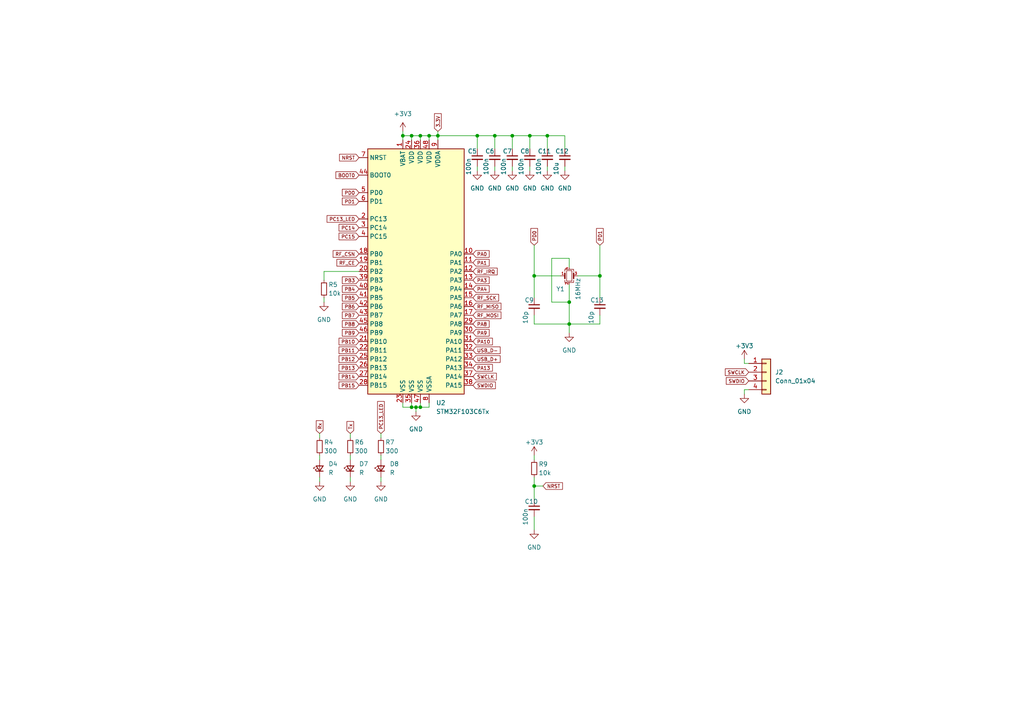
<source format=kicad_sch>
(kicad_sch (version 20211123) (generator eeschema)
  (paper "A4")
  (lib_symbols
    (symbol "Connector_Generic:Conn_01x04" (pin_names (offset 1.016) hide)
      (property "Reference" "J" (at 0 5.08 0))
      (property "Value" "Conn_01x04" (at 0 -7.62 0))
      (symbol "Conn_01x04_1_1"
        (rectangle (start -1.27 -4.953) (end 0 -5.207) (stroke (width 0.1524)))
        (rectangle (start -1.27 -2.413) (end 0 -2.667) (stroke (width 0.1524)))
        (rectangle (start -1.27 0.127) (end 0 -0.127) (stroke (width 0.1524)))
        (rectangle (start -1.27 2.667) (end 0 2.413) (stroke (width 0.1524)))
        (rectangle (start -1.27 3.81) (end 1.27 -6.35) (stroke (width 0.254)) (fill (type background)))
        (pin passive line (at -5.08 2.54 0) (length 3.81) (name "Pin_1") (number "1"))
        (pin passive line (at -5.08 0 0) (length 3.81) (name "Pin_2") (number "2"))
        (pin passive line (at -5.08 -2.54 0) (length 3.81) (name "Pin_3") (number "3"))
        (pin passive line (at -5.08 -5.08 0) (length 3.81) (name "Pin_4") (number "4"))
      )
    )
    (symbol "Device:C_Small" (pin_numbers hide) (pin_names (offset 0.254) hide)
      (property "Reference" "C" (at 0.254 1.778 0))
      (property "Value" "C_Small" (at 0.254 -2.032 0))
      (symbol "C_Small_0_1"
        (polyline (pts (xy -1.524 -0.508) (xy 1.524 -0.508)) (stroke (width 0.3302)))
        (polyline (pts (xy -1.524 0.508) (xy 1.524 0.508)) (stroke (width 0.3048)))
      )
      (symbol "C_Small_1_1"
        (pin passive line (at 0 2.54 270) (length 2.032) (name "~") (number "1"))
        (pin passive line (at 0 -2.54 90) (length 2.032) (name "~") (number "2"))
      )
    )
    (symbol "Device:Crystal_GND24_Small" (pin_names (offset 1.016) hide)
      (property "Reference" "Y" (at 1.27 4.445 0))
      (property "Value" "Crystal_GND24_Small" (at 1.27 2.54 0))
      (symbol "Crystal_GND24_Small_0_1"
        (rectangle (start -0.762 -1.524) (end 0.762 1.524))
        (polyline (pts (xy -1.27 -0.762) (xy -1.27 0.762)) (stroke (width 0.381)))
        (polyline (pts (xy 1.27 -0.762) (xy 1.27 0.762)) (stroke (width 0.381)))
        (polyline (pts (xy -1.27 -1.27) (xy -1.27 -1.905) (xy 1.27 -1.905) (xy 1.27 -1.27)))
        (polyline (pts (xy -1.27 1.27) (xy -1.27 1.905) (xy 1.27 1.905) (xy 1.27 1.27)))
      )
      (symbol "Crystal_GND24_Small_1_1"
        (pin passive line (at -2.54 0 0) (length 1.27) (name "1") (number "1"))
        (pin passive line (at 0 -2.54 90) (length 0.635) (name "2") (number "2"))
        (pin passive line (at 2.54 0 180) (length 1.27) (name "3") (number "3"))
        (pin passive line (at 0 2.54 270) (length 0.635) (name "4") (number "4"))
      )
    )
    (symbol "Device:LED_Small" (pin_numbers hide) (pin_names (offset 0.254) hide)
      (property "Reference" "D" (at -1.27 3.175 0))
      (property "Value" "LED_Small" (at -4.445 -2.54 0))
      (symbol "LED_Small_0_1"
        (polyline (pts (xy -0.762 -1.016) (xy -0.762 1.016)) (stroke (width 0.254)))
        (polyline (pts (xy 1.016 0) (xy -0.762 0)))
        (polyline (pts (xy 0.762 -1.016) (xy -0.762 0) (xy 0.762 1.016) (xy 0.762 -1.016)) (stroke (width 0.254)))
        (polyline (pts (xy 0 0.762) (xy -0.508 1.27) (xy -0.254 1.27) (xy -0.508 1.27) (xy -0.508 1.016)))
        (polyline (pts (xy 0.508 1.27) (xy 0 1.778) (xy 0.254 1.778) (xy 0 1.778) (xy 0 1.524)))
      )
      (symbol "LED_Small_1_1"
        (pin passive line (at -2.54 0 0) (length 1.778) (name "K") (number "1"))
        (pin passive line (at 2.54 0 180) (length 1.778) (name "A") (number "2"))
      )
    )
    (symbol "Device:R_Small" (pin_numbers hide) (pin_names (offset 0.254) hide)
      (property "Reference" "R" (at 0.762 0.508 0))
      (property "Value" "R_Small" (at 0.762 -1.016 0))
      (symbol "R_Small_0_1"
        (rectangle (start -0.762 1.778) (end 0.762 -1.778) (stroke (width 0.2032)))
      )
      (symbol "R_Small_1_1"
        (pin passive line (at 0 2.54 270) (length 0.762) (name "~") (number "1"))
        (pin passive line (at 0 -2.54 90) (length 0.762) (name "~") (number "2"))
      )
    )
    (symbol "MCU_ST_STM32F1:STM32F103C6Tx"
      (property "Reference" "U" (at -15.24 36.83 0))
      (property "Value" "STM32F103C6Tx" (at 7.62 36.83 0))
      (symbol "STM32F103C6Tx_0_1"
        (rectangle (start -15.24 -35.56) (end 12.7 35.56) (stroke (width 0.254)) (fill (type background)))
      )
      (symbol "STM32F103C6Tx_1_1"
        (pin power_in line (at -5.08 38.1 270) (length 2.54) (name "VBAT") (number "1"))
        (pin bidirectional line (at 15.24 5.08 180) (length 2.54) (name "PA0") (number "10"))
        (pin bidirectional line (at 15.24 2.54 180) (length 2.54) (name "PA1") (number "11"))
        (pin bidirectional line (at 15.24 0 180) (length 2.54) (name "PA2") (number "12"))
        (pin bidirectional line (at 15.24 -2.54 180) (length 2.54) (name "PA3") (number "13"))
        (pin bidirectional line (at 15.24 -5.08 180) (length 2.54) (name "PA4") (number "14"))
        (pin bidirectional line (at 15.24 -7.62 180) (length 2.54) (name "PA5") (number "15"))
        (pin bidirectional line (at 15.24 -10.16 180) (length 2.54) (name "PA6") (number "16"))
        (pin bidirectional line (at 15.24 -12.7 180) (length 2.54) (name "PA7") (number "17"))
        (pin bidirectional line (at -17.78 5.08 0) (length 2.54) (name "PB0") (number "18"))
        (pin bidirectional line (at -17.78 2.54 0) (length 2.54) (name "PB1") (number "19"))
        (pin bidirectional line (at -17.78 15.24 0) (length 2.54) (name "PC13") (number "2"))
        (pin bidirectional line (at -17.78 0 0) (length 2.54) (name "PB2") (number "20"))
        (pin bidirectional line (at -17.78 -20.32 0) (length 2.54) (name "PB10") (number "21"))
        (pin bidirectional line (at -17.78 -22.86 0) (length 2.54) (name "PB11") (number "22"))
        (pin power_in line (at -5.08 -38.1 90) (length 2.54) (name "VSS") (number "23"))
        (pin power_in line (at -2.54 38.1 270) (length 2.54) (name "VDD") (number "24"))
        (pin bidirectional line (at -17.78 -25.4 0) (length 2.54) (name "PB12") (number "25"))
        (pin bidirectional line (at -17.78 -27.94 0) (length 2.54) (name "PB13") (number "26"))
        (pin bidirectional line (at -17.78 -30.48 0) (length 2.54) (name "PB14") (number "27"))
        (pin bidirectional line (at -17.78 -33.02 0) (length 2.54) (name "PB15") (number "28"))
        (pin bidirectional line (at 15.24 -15.24 180) (length 2.54) (name "PA8") (number "29"))
        (pin bidirectional line (at -17.78 12.7 0) (length 2.54) (name "PC14") (number "3"))
        (pin bidirectional line (at 15.24 -17.78 180) (length 2.54) (name "PA9") (number "30"))
        (pin bidirectional line (at 15.24 -20.32 180) (length 2.54) (name "PA10") (number "31"))
        (pin bidirectional line (at 15.24 -22.86 180) (length 2.54) (name "PA11") (number "32"))
        (pin bidirectional line (at 15.24 -25.4 180) (length 2.54) (name "PA12") (number "33"))
        (pin bidirectional line (at 15.24 -27.94 180) (length 2.54) (name "PA13") (number "34"))
        (pin power_in line (at -2.54 -38.1 90) (length 2.54) (name "VSS") (number "35"))
        (pin power_in line (at 0 38.1 270) (length 2.54) (name "VDD") (number "36"))
        (pin bidirectional line (at 15.24 -30.48 180) (length 2.54) (name "PA14") (number "37"))
        (pin bidirectional line (at 15.24 -33.02 180) (length 2.54) (name "PA15") (number "38"))
        (pin bidirectional line (at -17.78 -2.54 0) (length 2.54) (name "PB3") (number "39"))
        (pin bidirectional line (at -17.78 10.16 0) (length 2.54) (name "PC15") (number "4"))
        (pin bidirectional line (at -17.78 -5.08 0) (length 2.54) (name "PB4") (number "40"))
        (pin bidirectional line (at -17.78 -7.62 0) (length 2.54) (name "PB5") (number "41"))
        (pin bidirectional line (at -17.78 -10.16 0) (length 2.54) (name "PB6") (number "42"))
        (pin bidirectional line (at -17.78 -12.7 0) (length 2.54) (name "PB7") (number "43"))
        (pin input line (at -17.78 27.94 0) (length 2.54) (name "BOOT0") (number "44"))
        (pin bidirectional line (at -17.78 -15.24 0) (length 2.54) (name "PB8") (number "45"))
        (pin bidirectional line (at -17.78 -17.78 0) (length 2.54) (name "PB9") (number "46"))
        (pin power_in line (at 0 -38.1 90) (length 2.54) (name "VSS") (number "47"))
        (pin power_in line (at 2.54 38.1 270) (length 2.54) (name "VDD") (number "48"))
        (pin input line (at -17.78 22.86 0) (length 2.54) (name "PD0") (number "5"))
        (pin input line (at -17.78 20.32 0) (length 2.54) (name "PD1") (number "6"))
        (pin input line (at -17.78 33.02 0) (length 2.54) (name "NRST") (number "7"))
        (pin power_in line (at 2.54 -38.1 90) (length 2.54) (name "VSSA") (number "8"))
        (pin power_in line (at 5.08 38.1 270) (length 2.54) (name "VDDA") (number "9"))
      )
    )
    (symbol "power:+3.3V" (power) (pin_names (offset 0))
      (property "Value" "+3.3V" (at 0 3.556 0))
      (symbol "+3.3V_0_1"
        (polyline (pts (xy -0.762 1.27) (xy 0 2.54)))
        (polyline (pts (xy 0 0) (xy 0 2.54)))
        (polyline (pts (xy 0 2.54) (xy 0.762 1.27)))
      )
      (symbol "+3.3V_1_1"
        (pin power_in line (at 0 0 90) (length 0) hide (name "+3V3") (number "1"))
      )
    )
    (symbol "power:GND" (power) (pin_names (offset 0))
      (property "Value" "GND" (at 0 -3.81 0))
      (symbol "GND_0_1"
        (polyline (pts (xy 0 0) (xy 0 -1.27) (xy 1.27 -1.27) (xy 0 -2.54) (xy -1.27 -1.27) (xy 0 -1.27)))
      )
      (symbol "GND_1_1"
        (pin power_in line (at 0 0 270) (length 0) hide (name "GND") (number "1"))
      )
    )
  )
  (junction (at 121.92 118.11))
  (junction (at 119.38 39.37))
  (junction (at 121.92 39.37))
  (junction (at 153.67 39.37))
  (junction (at 138.43 39.37))
  (junction (at 165.1 93.98))
  (junction (at 143.51 39.37))
  (junction (at 119.38 118.11))
  (junction (at 158.75 39.37))
  (junction (at 154.94 140.97))
  (junction (at 148.59 39.37))
  (junction (at 154.94 80.01))
  (junction (at 127 39.37))
  (junction (at 173.99 80.01))
  (junction (at 165.1 87.63))
  (junction (at 120.65 118.11))
  (junction (at 124.46 39.37))
  (junction (at 116.84 39.37))
  (wire (pts (xy 215.9 104.14) (xy 215.9 105.41)))
  (wire (pts (xy 119.38 39.37) (xy 116.84 39.37)))
  (wire (pts (xy 93.98 81.28) (xy 93.98 78.74)))
  (wire (pts (xy 154.94 138.43) (xy 154.94 140.97)))
  (wire (pts (xy 154.94 71.12) (xy 154.94 80.01)))
  (wire (pts (xy 160.02 87.63) (xy 165.1 87.63)))
  (wire (pts (xy 160.02 74.93) (xy 165.1 74.93)))
  (wire (pts (xy 121.92 39.37) (xy 121.92 40.64)))
  (wire (pts (xy 120.65 118.11) (xy 119.38 118.11)))
  (wire (pts (xy 167.64 80.01) (xy 173.99 80.01)))
  (wire (pts (xy 165.1 82.55) (xy 165.1 87.63)))
  (wire (pts (xy 153.67 43.18) (xy 153.67 39.37)))
  (wire (pts (xy 101.6 138.43) (xy 101.6 139.7)))
  (wire (pts (xy 119.38 118.11) (xy 116.84 118.11)))
  (wire (pts (xy 163.83 43.18) (xy 163.83 39.37)))
  (wire (pts (xy 116.84 118.11) (xy 116.84 116.84)))
  (wire (pts (xy 143.51 39.37) (xy 148.59 39.37)))
  (wire (pts (xy 101.6 132.08) (xy 101.6 133.35)))
  (wire (pts (xy 93.98 78.74) (xy 104.14 78.74)))
  (wire (pts (xy 165.1 87.63) (xy 165.1 93.98)))
  (wire (pts (xy 158.75 48.26) (xy 158.75 49.53)))
  (wire (pts (xy 119.38 116.84) (xy 119.38 118.11)))
  (wire (pts (xy 116.84 38.1) (xy 116.84 39.37)))
  (wire (pts (xy 138.43 39.37) (xy 127 39.37)))
  (wire (pts (xy 165.1 96.52) (xy 165.1 93.98)))
  (wire (pts (xy 148.59 48.26) (xy 148.59 49.53)))
  (wire (pts (xy 154.94 132.08) (xy 154.94 133.35)))
  (wire (pts (xy 127 39.37) (xy 124.46 39.37)))
  (wire (pts (xy 121.92 39.37) (xy 119.38 39.37)))
  (wire (pts (xy 119.38 39.37) (xy 119.38 40.64)))
  (wire (pts (xy 138.43 43.18) (xy 138.43 39.37)))
  (wire (pts (xy 148.59 43.18) (xy 148.59 39.37)))
  (wire (pts (xy 154.94 93.98) (xy 165.1 93.98)))
  (wire (pts (xy 92.71 132.08) (xy 92.71 133.35)))
  (wire (pts (xy 143.51 43.18) (xy 143.51 39.37)))
  (wire (pts (xy 153.67 48.26) (xy 153.67 49.53)))
  (wire (pts (xy 154.94 91.44) (xy 154.94 93.98)))
  (wire (pts (xy 127 38.1) (xy 127 39.37)))
  (wire (pts (xy 160.02 74.93) (xy 160.02 87.63)))
  (wire (pts (xy 154.94 140.97) (xy 157.48 140.97)))
  (wire (pts (xy 215.9 105.41) (xy 217.17 105.41)))
  (wire (pts (xy 138.43 39.37) (xy 143.51 39.37)))
  (wire (pts (xy 165.1 93.98) (xy 173.99 93.98)))
  (wire (pts (xy 215.9 113.03) (xy 215.9 114.3)))
  (wire (pts (xy 110.49 138.43) (xy 110.49 139.7)))
  (wire (pts (xy 124.46 39.37) (xy 124.46 40.64)))
  (wire (pts (xy 124.46 116.84) (xy 124.46 118.11)))
  (wire (pts (xy 153.67 39.37) (xy 158.75 39.37)))
  (wire (pts (xy 124.46 118.11) (xy 121.92 118.11)))
  (wire (pts (xy 173.99 93.98) (xy 173.99 91.44)))
  (wire (pts (xy 120.65 119.38) (xy 120.65 118.11)))
  (wire (pts (xy 110.49 125.73) (xy 110.49 127)))
  (wire (pts (xy 92.71 138.43) (xy 92.71 139.7)))
  (wire (pts (xy 121.92 118.11) (xy 120.65 118.11)))
  (wire (pts (xy 158.75 39.37) (xy 163.83 39.37)))
  (wire (pts (xy 154.94 149.86) (xy 154.94 153.67)))
  (wire (pts (xy 165.1 77.47) (xy 165.1 74.93)))
  (wire (pts (xy 110.49 132.08) (xy 110.49 133.35)))
  (wire (pts (xy 154.94 80.01) (xy 162.56 80.01)))
  (wire (pts (xy 121.92 116.84) (xy 121.92 118.11)))
  (wire (pts (xy 127 39.37) (xy 127 40.64)))
  (wire (pts (xy 101.6 125.73) (xy 101.6 127)))
  (wire (pts (xy 158.75 43.18) (xy 158.75 39.37)))
  (wire (pts (xy 138.43 48.26) (xy 138.43 49.53)))
  (wire (pts (xy 143.51 48.26) (xy 143.51 49.53)))
  (wire (pts (xy 92.71 125.73) (xy 92.71 127)))
  (wire (pts (xy 163.83 48.26) (xy 163.83 49.53)))
  (wire (pts (xy 124.46 39.37) (xy 121.92 39.37)))
  (wire (pts (xy 93.98 86.36) (xy 93.98 87.63)))
  (wire (pts (xy 217.17 113.03) (xy 215.9 113.03)))
  (wire (pts (xy 154.94 144.78) (xy 154.94 140.97)))
  (wire (pts (xy 173.99 80.01) (xy 173.99 86.36)))
  (wire (pts (xy 173.99 71.12) (xy 173.99 80.01)))
  (wire (pts (xy 116.84 39.37) (xy 116.84 40.64)))
  (wire (pts (xy 148.59 39.37) (xy 153.67 39.37)))
  (wire (pts (xy 154.94 80.01) (xy 154.94 86.36)))
  (global_label "PA10" (shape input) (at 137.16 99.06 0) (effects (font (size 1 1))) (property "Intersheet References" "${INTERSHEET_REFS}" (effects hide)))
  (global_label "BOOT0" (shape input) (at 104.14 50.8 180) (effects (font (size 1 1))) (property "Intersheet References" "${INTERSHEET_REFS}" (effects hide)))
  (global_label "PC14" (shape input) (at 104.14 66.04 180) (effects (font (size 1 1))) (property "Intersheet References" "${INTERSHEET_REFS}" (effects hide)))
  (global_label "RF_CSN" (shape input) (at 104.14 73.66 180) (effects (font (size 1 1))) (property "Intersheet References" "${INTERSHEET_REFS}" (effects hide)))
  (global_label "PD0" (shape input) (at 104.14 55.88 180) (effects (font (size 1 1))) (property "Intersheet References" "${INTERSHEET_REFS}" (effects hide)))
  (global_label "PB4" (shape input) (at 104.14 83.82 180) (effects (font (size 1 1))) (property "Intersheet References" "${INTERSHEET_REFS}" (effects hide)))
  (global_label "RF_MOSI" (shape input) (at 137.16 91.44 0) (effects (font (size 1 1))) (property "Intersheet References" "${INTERSHEET_REFS}" (effects hide)))
  (global_label "SWCLK" (shape input) (at 217.17 107.95 180) (effects (font (size 1 1))) (property "Intersheet References" "${INTERSHEET_REFS}" (effects hide)))
  (global_label "USB_D+" (shape input) (at 137.16 104.14 0) (effects (font (size 1 1))) (property "Intersheet References" "${INTERSHEET_REFS}" (effects hide)))
  (global_label "PC13_LED" (shape input) (at 110.49 125.73 90) (effects (font (size 1 1))) (property "Intersheet References" "${INTERSHEET_REFS}" (effects hide)))
  (global_label "PD0" (shape input) (at 154.94 71.12 90) (effects (font (size 1 1))) (property "Intersheet References" "${INTERSHEET_REFS}" (effects hide)))
  (global_label "NRST" (shape input) (at 104.14 45.72 180) (effects (font (size 1 1))) (property "Intersheet References" "${INTERSHEET_REFS}" (effects hide)))
  (global_label "Tx" (shape input) (at 101.6 125.73 90) (effects (font (size 1 1))) (property "Intersheet References" "${INTERSHEET_REFS}" (effects hide)))
  (global_label "PB13" (shape input) (at 104.14 106.68 180) (effects (font (size 1 1))) (property "Intersheet References" "${INTERSHEET_REFS}" (effects hide)))
  (global_label "NRST" (shape input) (at 157.48 140.97 0) (effects (font (size 1 1))) (property "Intersheet References" "${INTERSHEET_REFS}" (effects hide)))
  (global_label "SWDIO" (shape input) (at 137.16 111.76 0) (effects (font (size 1 1))) (property "Intersheet References" "${INTERSHEET_REFS}" (effects hide)))
  (global_label "PB12" (shape input) (at 104.14 104.14 180) (effects (font (size 1 1))) (property "Intersheet References" "${INTERSHEET_REFS}" (effects hide)))
  (global_label "PC15" (shape input) (at 104.14 68.58 180) (effects (font (size 1 1))) (property "Intersheet References" "${INTERSHEET_REFS}" (effects hide)))
  (global_label "PA1" (shape input) (at 137.16 76.2 0) (effects (font (size 1 1))) (property "Intersheet References" "${INTERSHEET_REFS}" (effects hide)))
  (global_label "PA0" (shape input) (at 137.16 73.66 0) (effects (font (size 1 1))) (property "Intersheet References" "${INTERSHEET_REFS}" (effects hide)))
  (global_label "PA13" (shape input) (at 137.16 106.68 0) (effects (font (size 1 1))) (property "Intersheet References" "${INTERSHEET_REFS}" (effects hide)))
  (global_label "RF_IRQ" (shape input) (at 137.16 78.74 0) (effects (font (size 1 1))) (property "Intersheet References" "${INTERSHEET_REFS}" (effects hide)))
  (global_label "SWCLK" (shape input) (at 137.16 109.22 0) (effects (font (size 1 1))) (property "Intersheet References" "${INTERSHEET_REFS}" (effects hide)))
  (global_label "PA3" (shape input) (at 137.16 81.28 0) (effects (font (size 1 1))) (property "Intersheet References" "${INTERSHEET_REFS}" (effects hide)))
  (global_label "PB11" (shape input) (at 104.14 101.6 180) (effects (font (size 1 1))) (property "Intersheet References" "${INTERSHEET_REFS}" (effects hide)))
  (global_label "PA9" (shape input) (at 137.16 96.52 0) (effects (font (size 1 1))) (property "Intersheet References" "${INTERSHEET_REFS}" (effects hide)))
  (global_label "PB14" (shape input) (at 104.14 109.22 180) (effects (font (size 1 1))) (property "Intersheet References" "${INTERSHEET_REFS}" (effects hide)))
  (global_label "PB6" (shape input) (at 104.14 88.9 180) (effects (font (size 1 1))) (property "Intersheet References" "${INTERSHEET_REFS}" (effects hide)))
  (global_label "USB_D-" (shape input) (at 137.16 101.6 0) (effects (font (size 1 1))) (property "Intersheet References" "${INTERSHEET_REFS}" (effects hide)))
  (global_label "PD1" (shape input) (at 104.14 58.42 180) (effects (font (size 1 1))) (property "Intersheet References" "${INTERSHEET_REFS}" (effects hide)))
  (global_label "RF_MISO" (shape input) (at 137.16 88.9 0) (effects (font (size 1 1))) (property "Intersheet References" "${INTERSHEET_REFS}" (effects hide)))
  (global_label "RF_SCK" (shape input) (at 137.16 86.36 0) (effects (font (size 1 1))) (property "Intersheet References" "${INTERSHEET_REFS}" (effects hide)))
  (global_label "PB7" (shape input) (at 104.14 91.44 180) (effects (font (size 1 1))) (property "Intersheet References" "${INTERSHEET_REFS}" (effects hide)))
  (global_label "3.3V" (shape input) (at 127 38.1 90) (effects (font (size 1 1))) (property "Intersheet References" "${INTERSHEET_REFS}" (effects hide)))
  (global_label "PA8" (shape input) (at 137.16 93.98 0) (effects (font (size 1 1))) (property "Intersheet References" "${INTERSHEET_REFS}" (effects hide)))
  (global_label "Rx" (shape input) (at 92.71 125.73 90) (effects (font (size 1 1))) (property "Intersheet References" "${INTERSHEET_REFS}" (effects hide)))
  (global_label "PB10" (shape input) (at 104.14 99.06 180) (effects (font (size 1 1))) (property "Intersheet References" "${INTERSHEET_REFS}" (effects hide)))
  (global_label "PB15" (shape input) (at 104.14 111.76 180) (effects (font (size 1 1))) (property "Intersheet References" "${INTERSHEET_REFS}" (effects hide)))
  (global_label "SWDIO" (shape input) (at 217.17 110.49 180) (effects (font (size 1 1))) (property "Intersheet References" "${INTERSHEET_REFS}" (effects hide)))
  (global_label "PB9" (shape input) (at 104.14 96.52 180) (effects (font (size 1 1))) (property "Intersheet References" "${INTERSHEET_REFS}" (effects hide)))
  (global_label "PB3" (shape input) (at 104.14 81.28 180) (effects (font (size 1 1))) (property "Intersheet References" "${INTERSHEET_REFS}" (effects hide)))
  (global_label "PD1" (shape input) (at 173.99 71.12 90) (effects (font (size 1 1))) (property "Intersheet References" "${INTERSHEET_REFS}" (effects hide)))
  (global_label "PA4" (shape input) (at 137.16 83.82 0) (effects (font (size 1 1))) (property "Intersheet References" "${INTERSHEET_REFS}" (effects hide)))
  (global_label "PB5" (shape input) (at 104.14 86.36 180) (effects (font (size 1 1))) (property "Intersheet References" "${INTERSHEET_REFS}" (effects hide)))
  (global_label "PC13_LED" (shape input) (at 104.14 63.5 180) (effects (font (size 1 1))) (property "Intersheet References" "${INTERSHEET_REFS}" (effects hide)))
  (global_label "PB8" (shape input) (at 104.14 93.98 180) (effects (font (size 1 1))) (property "Intersheet References" "${INTERSHEET_REFS}" (effects hide)))
  (global_label "RF_CE" (shape input) (at 104.14 76.2 180) (effects (font (size 1 1))) (property "Intersheet References" "${INTERSHEET_REFS}" (effects hide)))
  (symbol (lib_id "Device:C_Small") (at 143.51 45.72 0) (unit 1)
    (property "Reference" "C6" (at 140.722 43.8618 0) (effects (justify left)))
    (property "Value" "100n" (at 140.97 50.8 90) (effects (justify left)))
    (property "Footprint" "Capacitor_SMD:C_0603_1608Metric_Pad1.08x0.95mm_HandSolder" (effects hide))
  )
  (symbol (lib_id "power:+3.3V") (at 215.9 104.14 0) (unit 1)
    (property "Reference" "#PWR0105" (effects hide))
    (property "Value" "+3.3V" (at 215.9 100.33 0))
  )
  (symbol (lib_id "Device:R_Small") (at 110.49 129.54 0) (unit 1)
    (property "Reference" "R7" (at 111.76 128.27 0) (effects (justify left)))
    (property "Value" "300" (at 111.76 130.81 0) (effects (justify left)))
    (property "Footprint" "Resistor_SMD:R_0603_1608Metric_Pad0.98x0.95mm_HandSolder" (effects hide))
  )
  (symbol (lib_id "Device:LED_Small") (at 92.71 135.89 90) (unit 1)
    (property "Reference" "D4" (at 95.25 134.5564 90) (effects (justify right)))
    (property "Value" "R" (at 95.25 137.0964 90) (effects (justify right)))
    (property "Footprint" "LED_SMD:LED_0603_1608Metric_Pad1.05x0.95mm_HandSolder" (effects hide))
  )
  (symbol (lib_id "Device:C_Small") (at 173.99 88.9 0) (unit 1)
    (property "Reference" "C13" (at 171.202 87.0418 0) (effects (justify left)))
    (property "Value" "10p" (at 171.45 93.98 90) (effects (justify left)))
    (property "Footprint" "Capacitor_SMD:C_0603_1608Metric_Pad1.08x0.95mm_HandSolder" (effects hide))
  )
  (symbol (lib_id "Device:C_Small") (at 158.75 45.72 0) (unit 1)
    (property "Reference" "C11" (at 155.962 43.8618 0) (effects (justify left)))
    (property "Value" "100n" (at 156.21 50.8 90) (effects (justify left)))
    (property "Footprint" "Capacitor_SMD:C_0603_1608Metric_Pad1.08x0.95mm_HandSolder" (effects hide))
  )
  (symbol (lib_id "power:GND") (at 215.9 114.3 0) (unit 1)
    (property "Reference" "#PWR0106" (effects hide))
    (property "Value" "GND" (at 215.9 119.38 0))
  )
  (symbol (lib_id "Connector_Generic:Conn_01x04") (at 222.25 107.95 0) (unit 1)
    (property "Reference" "J2" (at 224.79 107.9499 0) (effects (justify left)))
    (property "Value" "Conn_01x04" (at 224.79 110.4899 0) (effects (justify left)))
    (property "Footprint" "Connector_PinHeader_2.54mm:PinHeader_1x04_P2.54mm_Vertical" (effects hide))
  )
  (symbol (lib_id "Device:C_Small") (at 154.94 88.9 0) (unit 1)
    (property "Reference" "C9" (at 152.152 87.0418 0) (effects (justify left)))
    (property "Value" "10p" (at 152.4 93.98 90) (effects (justify left)))
    (property "Footprint" "Capacitor_SMD:C_0603_1608Metric_Pad1.08x0.95mm_HandSolder" (effects hide))
  )
  (symbol (lib_id "power:GND") (at 93.98 87.63 0) (unit 1)
    (property "Reference" "#PWR0107" (effects hide))
    (property "Value" "GND" (at 93.98 92.71 0))
  )
  (symbol (lib_id "Device:LED_Small") (at 110.49 135.89 90) (unit 1)
    (property "Reference" "D8" (at 113.03 134.5564 90) (effects (justify right)))
    (property "Value" "R" (at 113.03 137.0964 90) (effects (justify right)))
    (property "Footprint" "LED_SMD:LED_0603_1608Metric_Pad1.05x0.95mm_HandSolder" (effects hide))
  )
  (symbol (lib_id "power:GND") (at 158.75 49.53 0) (unit 1)
    (property "Reference" "#PWR0114" (effects hide))
    (property "Value" "GND" (at 158.75 54.61 0))
  )
  (symbol (lib_id "Device:C_Small") (at 153.67 45.72 0) (unit 1)
    (property "Reference" "C8" (at 150.882 43.8618 0) (effects (justify left)))
    (property "Value" "100n" (at 151.13 50.8 90) (effects (justify left)))
    (property "Footprint" "Capacitor_SMD:C_0603_1608Metric_Pad1.08x0.95mm_HandSolder" (effects hide))
  )
  (symbol (lib_id "power:+3.3V") (at 154.94 132.08 0) (unit 1)
    (property "Reference" "#PWR0125" (effects hide))
    (property "Value" "+3.3V" (at 154.94 128.27 0))
  )
  (symbol (lib_id "power:+3.3V") (at 116.84 38.1 0) (unit 1)
    (property "Reference" "#PWR0108" (effects hide))
    (property "Value" "+3.3V" (at 116.84 33.02 0))
  )
  (symbol (lib_id "power:GND") (at 154.94 153.67 0) (unit 1)
    (property "Reference" "#PWR0130" (effects hide))
    (property "Value" "GND" (at 154.94 158.75 0))
  )
  (symbol (lib_id "Device:LED_Small") (at 101.6 135.89 90) (unit 1)
    (property "Reference" "D7" (at 104.14 134.5564 90) (effects (justify right)))
    (property "Value" "R" (at 104.14 137.0964 90) (effects (justify right)))
    (property "Footprint" "LED_SMD:LED_0603_1608Metric_Pad1.05x0.95mm_HandSolder" (effects hide))
  )
  (symbol (lib_id "power:GND") (at 92.71 139.7 0) (unit 1)
    (property "Reference" "#PWR0118" (effects hide))
    (property "Value" "GND" (at 92.71 144.78 0))
  )
  (symbol (lib_id "power:GND") (at 163.83 49.53 0) (unit 1)
    (property "Reference" "#PWR0110" (effects hide))
    (property "Value" "GND" (at 163.83 54.61 0))
  )
  (symbol (lib_id "power:GND") (at 138.43 49.53 0) (unit 1)
    (property "Reference" "#PWR0109" (effects hide))
    (property "Value" "GND" (at 138.43 54.61 0))
  )
  (symbol (lib_id "power:GND") (at 110.49 139.7 0) (unit 1)
    (property "Reference" "#PWR0122" (effects hide))
    (property "Value" "GND" (at 110.49 144.78 0))
  )
  (symbol (lib_id "Device:C_Small") (at 154.94 147.32 0) (unit 1)
    (property "Reference" "C10" (at 152.152 145.4618 0) (effects (justify left)))
    (property "Value" "100n" (at 152.4 152.4 90) (effects (justify left)))
    (property "Footprint" "Capacitor_SMD:C_0603_1608Metric_Pad1.08x0.95mm_HandSolder" (effects hide))
  )
  (symbol (lib_id "power:GND") (at 143.51 49.53 0) (unit 1)
    (property "Reference" "#PWR0111" (effects hide))
    (property "Value" "GND" (at 143.51 54.61 0))
  )
  (symbol (lib_id "power:GND") (at 101.6 139.7 0) (unit 1)
    (property "Reference" "#PWR0119" (effects hide))
    (property "Value" "GND" (at 101.6 144.78 0))
  )
  (symbol (lib_id "power:GND") (at 165.1 96.52 0) (unit 1)
    (property "Reference" "#PWR0104" (effects hide))
    (property "Value" "GND" (at 165.1 101.6 0))
  )
  (symbol (lib_id "Device:R_Small") (at 101.6 129.54 0) (unit 1)
    (property "Reference" "R6" (at 102.87 128.27 0) (effects (justify left)))
    (property "Value" "300" (at 102.87 130.81 0) (effects (justify left)))
    (property "Footprint" "Resistor_SMD:R_0603_1608Metric_Pad0.98x0.95mm_HandSolder" (effects hide))
  )
  (symbol (lib_id "MCU_ST_STM32F1:STM32F103C6Tx") (at 121.92 78.74 0) (unit 1)
    (property "Reference" "U2" (at 126.4794 116.84 0) (effects (justify left)))
    (property "Value" "STM32F103C6Tx" (at 126.4794 119.38 0) (effects (justify left)))
    (property "Footprint" "Package_QFP:LQFP-48_7x7mm_P0.5mm" (effects hide))
    (property "Datasheet" "http://www.st.com/st-web-ui/static/active/en/resource/technical/document/datasheet/CD00210843.pdf" (effects hide))
  )
  (symbol (lib_id "Device:R_Small") (at 92.71 129.54 0) (unit 1)
    (property "Reference" "R4" (at 93.98 128.27 0) (effects (justify left)))
    (property "Value" "300" (at 93.98 130.81 0) (effects (justify left)))
    (property "Footprint" "Resistor_SMD:R_0603_1608Metric_Pad0.98x0.95mm_HandSolder" (effects hide))
  )
  (symbol (lib_id "Device:C_Small") (at 163.83 45.72 0) (unit 1)
    (property "Reference" "C12" (at 161.042 43.8618 0) (effects (justify left)))
    (property "Value" "10u" (at 161.29 50.8 90) (effects (justify left)))
    (property "Footprint" "Capacitor_SMD:C_0603_1608Metric_Pad1.08x0.95mm_HandSolder" (effects hide))
  )
  (symbol (lib_id "Device:C_Small") (at 148.59 45.72 0) (unit 1)
    (property "Reference" "C7" (at 145.802 43.8618 0) (effects (justify left)))
    (property "Value" "100n" (at 146.05 50.8 90) (effects (justify left)))
    (property "Footprint" "Capacitor_SMD:C_0603_1608Metric_Pad1.08x0.95mm_HandSolder" (effects hide))
  )
  (symbol (lib_id "Device:C_Small") (at 138.43 45.72 0) (unit 1)
    (property "Reference" "C5" (at 135.642 43.8618 0) (effects (justify left)))
    (property "Value" "100n" (at 135.89 50.8 90) (effects (justify left)))
    (property "Footprint" "Capacitor_SMD:C_0603_1608Metric_Pad1.08x0.95mm_HandSolder" (effects hide))
  )
  (symbol (lib_id "Device:R_Small") (at 154.94 135.89 0) (unit 1)
    (property "Reference" "R9" (at 156.21 134.62 0) (effects (justify left)))
    (property "Value" "10k" (at 156.21 137.16 0) (effects (justify left)))
    (property "Footprint" "Resistor_SMD:R_0603_1608Metric_Pad0.98x0.95mm_HandSolder" (effects hide))
  )
  (symbol (lib_id "Device:R_Small") (at 93.98 83.82 0) (unit 1)
    (property "Reference" "R5" (at 95.25 82.55 0) (effects (justify left)))
    (property "Value" "10k" (at 95.25 85.09 0) (effects (justify left)))
    (property "Footprint" "Resistor_SMD:R_0603_1608Metric_Pad0.98x0.95mm_HandSolder" (effects hide))
  )
  (symbol (lib_id "power:GND") (at 120.65 119.38 0) (unit 1)
    (property "Reference" "#PWR0124" (effects hide))
    (property "Value" "GND" (at 120.65 124.46 0))
  )
  (symbol (lib_id "power:GND") (at 148.59 49.53 0) (unit 1)
    (property "Reference" "#PWR0112" (effects hide))
    (property "Value" "GND" (at 148.59 54.61 0))
  )
  (symbol (lib_id "Device:Crystal_GND24_Small") (at 165.1 80.01 0) (unit 1)
    (property "Reference" "Y1" (at 162.56 83.82 0))
    (property "Value" "16MHz" (at 167.64 83.82 90))
    (property "Footprint" "Crystal:Crystal_SMD_2520-4Pin_2.5x2.0mm" (effects hide))
  )
  (symbol (lib_id "power:GND") (at 153.67 49.53 0) (unit 1)
    (property "Reference" "#PWR0113" (effects hide))
    (property "Value" "GND" (at 153.67 54.61 0))
  )
)
</source>
